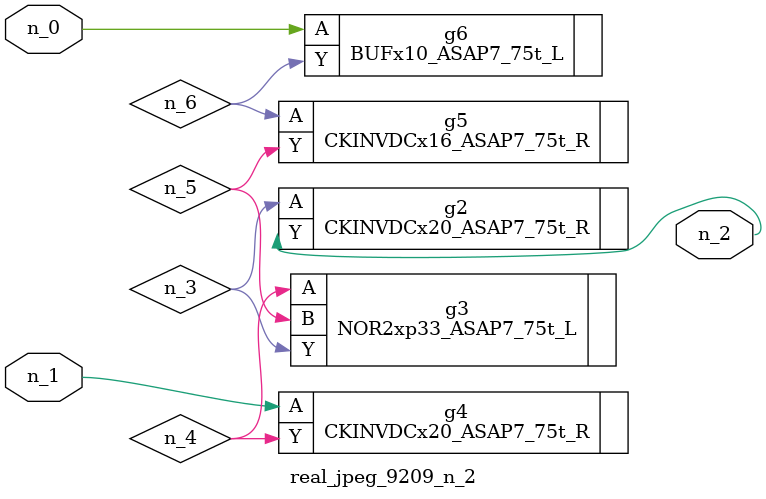
<source format=v>
module real_jpeg_9209_n_2 (n_1, n_0, n_2);

input n_1;
input n_0;

output n_2;

wire n_5;
wire n_4;
wire n_6;
wire n_3;

BUFx10_ASAP7_75t_L g6 ( 
.A(n_0),
.Y(n_6)
);

CKINVDCx20_ASAP7_75t_R g4 ( 
.A(n_1),
.Y(n_4)
);

CKINVDCx20_ASAP7_75t_R g2 ( 
.A(n_3),
.Y(n_2)
);

NOR2xp33_ASAP7_75t_L g3 ( 
.A(n_4),
.B(n_5),
.Y(n_3)
);

CKINVDCx16_ASAP7_75t_R g5 ( 
.A(n_6),
.Y(n_5)
);


endmodule
</source>
